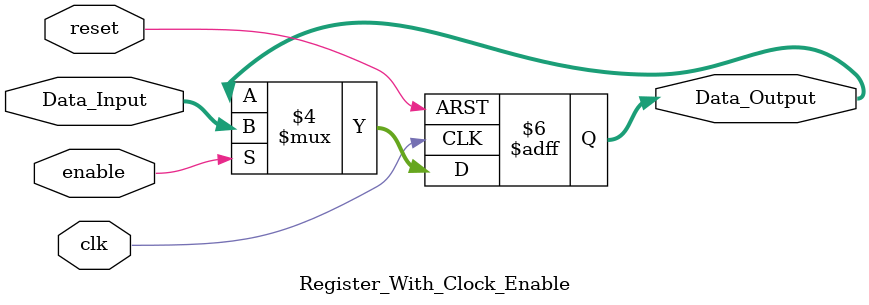
<source format=sv>
module Register_With_Clock_Enable
#(
	parameter Word_Length = 16
)
(
	// Input Ports
	input clk,
	input reset,
	input enable,
	input [Word_Length-1:0] Data_Input,

	// Output Ports
	output logic [Word_Length-1:0] Data_Output
);

always_ff@(posedge clk or negedge reset) begin:ThisIsARegister
	if(reset == 1'b0) 
		Data_Output <= {Word_Length{1'b0}};
	else 
		if (enable == 1'b1)
			Data_Output <= Data_Input;
end:ThisIsARegister


endmodule
</source>
